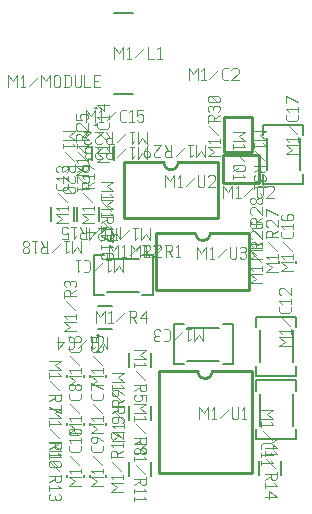
<source format=gbr>
G04 start of page 8 for group -4079 idx -4079 *
G04 Title: (unknown), topsilk *
G04 Creator: pcb 1.99z *
G04 CreationDate: Mon 08 Dec 2014 11:05:11 PM GMT UTC *
G04 For: commonadmin *
G04 Format: Gerber/RS-274X *
G04 PCB-Dimensions (mil): 1377.95 1692.91 *
G04 PCB-Coordinate-Origin: lower left *
%MOIN*%
%FSLAX25Y25*%
%LNTOPSILK*%
%ADD52C,0.0040*%
%ADD51C,0.0079*%
%ADD50C,0.0100*%
%ADD49C,0.0080*%
G54D49*X26890Y102543D02*Y97819D01*
X34370Y102543D02*Y97819D01*
X41280Y135342D02*X42066D01*
X41280Y129832D02*X42066D01*
X35390Y102543D02*Y97819D01*
X42870Y102543D02*Y97819D01*
X40390Y122853D02*Y118129D01*
X47870Y122853D02*Y118129D01*
G54D50*X84430Y132487D02*Y120587D01*
X93830D01*
Y132487D01*
X84430D01*
X84230Y110387D02*X96130D01*
Y119787D02*Y110387D01*
X84230Y119787D02*X96130D01*
X84230D02*Y110387D01*
G54D49*X47855Y166972D02*X54153D01*
X47855Y140202D02*X54153D01*
G54D51*X110823Y129744D02*Y126299D01*
X97437Y129744D02*X110823D01*
X97437D02*Y126299D01*
X110823Y113504D02*Y110059D01*
X97437D02*X110823D01*
X97437Y113504D02*Y110059D01*
X109642Y125217D02*Y114587D01*
X98618Y125217D02*Y114587D01*
G54D50*X51178Y117235D02*Y98583D01*
X82310D01*
Y117235D01*
X51178D02*X64244D01*
X82310D02*X69244D01*
X64244D02*G75*G03X69244Y117235I2500J0D01*G01*
G54D49*X102875Y84437D02*Y83651D01*
X108385Y84437D02*Y83651D01*
G54D51*X108513Y65744D02*Y62299D01*
X95127Y65744D02*X108513D01*
X95127D02*Y62299D01*
X108513Y49504D02*Y46059D01*
X95127D02*X108513D01*
X95127Y49504D02*Y46059D01*
X107332Y61217D02*Y50587D01*
X96308Y61217D02*Y50587D01*
G54D50*X61880Y93587D02*Y74587D01*
X92880D01*
Y93587D01*
X61880D02*X74880D01*
X92880D02*X79880D01*
X74880D02*G75*G03X79880Y93587I2500J0D01*G01*
G54D51*X40972Y86280D02*X44417D01*
X40972D02*Y72894D01*
X44417D01*
X57213Y86280D02*X60657D01*
Y72894D01*
X57213D02*X60657D01*
X45500Y85098D02*X56130D01*
X45500Y74075D02*X56130D01*
X67663Y63280D02*X71107D01*
X67663D02*Y49894D01*
X71107D01*
X83903Y63280D02*X87348D01*
Y49894D01*
X83903D02*X87348D01*
X72190Y62098D02*X82820D01*
X72190Y51075D02*X82820D01*
X95127Y28374D02*Y24929D01*
X108513D01*
Y28374D02*Y24929D01*
X95127Y44614D02*Y41169D01*
Y44614D02*X108513D01*
Y41169D01*
X96308Y40087D02*Y29457D01*
X107332Y40087D02*Y29457D01*
G54D49*X103560Y17853D02*Y13129D01*
X96080Y17853D02*Y13129D01*
G54D50*X62570Y47587D02*Y13587D01*
X93570D01*
Y47587D01*
X62570D02*X75570D01*
X93570D02*X80570D01*
X75570D02*G75*G03X80570Y47587I2500J0D01*G01*
G54D49*X60060Y17543D02*Y12819D01*
X52580Y17543D02*Y12819D01*
X32065Y13023D02*Y12237D01*
X37575Y13023D02*Y12237D01*
X32065Y46523D02*Y45737D01*
X37575Y46523D02*Y45737D01*
X32065Y30523D02*Y29737D01*
X37575Y30523D02*Y29737D01*
X60060Y53853D02*Y49129D01*
X52580Y53853D02*Y49129D01*
X39565Y46523D02*Y45737D01*
X45075Y46523D02*Y45737D01*
X41970Y54332D02*X42756D01*
X41970Y59842D02*X42756D01*
X42363Y69327D02*X47087D01*
X42363Y61847D02*X47087D01*
X39565Y13023D02*Y12237D01*
X45075Y13023D02*Y12237D01*
X60060Y36043D02*Y31319D01*
X52580Y36043D02*Y31319D01*
X39565Y30523D02*Y29737D01*
X45075Y30523D02*Y29737D01*
G54D52*X30780Y127663D02*X34780D01*
X32780Y126163D01*
X34780Y124663D01*
X30780D02*X34780D01*
X33980Y123463D02*X34780Y122663D01*
X30780D02*X34780D01*
X30780Y123463D02*Y121963D01*
X31280Y120763D02*X34280Y117763D01*
X34780Y116563D02*Y114563D01*
X34280Y114063D01*
X33280D02*X34280D01*
X32780Y114563D02*X33280Y114063D01*
X32780Y116063D02*Y114563D01*
X30780Y116063D02*X34780D01*
X32780Y115263D02*X30780Y114063D01*
X34280Y112863D02*X34780Y112363D01*
Y110863D01*
X34280Y110363D01*
X33280D02*X34280D01*
X30780Y112863D02*X33280Y110363D01*
X30780Y112863D02*Y110363D01*
X31280Y109163D02*X30780Y108663D01*
X31280Y109163D02*X34280D01*
X34780Y108663D01*
Y107663D01*
X34280Y107163D01*
X31280D02*X34280D01*
X30780Y107663D02*X31280Y107163D01*
X30780Y108663D02*Y107663D01*
X31780Y109163D02*X33780Y107163D01*
X28480Y97031D02*X32480D01*
X28480D02*X30480Y98531D01*
X28480Y100031D01*
X32480D01*
X29280Y101231D02*X28480Y102031D01*
X32480D01*
Y102731D02*Y101231D01*
X31980Y103931D02*X28980Y106931D01*
X32480Y110131D02*Y108831D01*
X31780Y108131D02*X32480Y108831D01*
X29180Y108131D02*X31780D01*
X29180D02*X28480Y108831D01*
Y110131D02*Y108831D01*
X29280Y111331D02*X28480Y112131D01*
X32480D01*
Y112831D02*Y111331D01*
X28980Y114031D02*X28480Y114531D01*
Y115531D02*Y114531D01*
Y115531D02*X28980Y116031D01*
X32480Y115531D02*X31980Y116031D01*
X32480Y115531D02*Y114531D01*
X31980Y114031D02*X32480Y114531D01*
X30280Y115531D02*Y114531D01*
X28980Y116031D02*X29780D01*
X30780D02*X31980D01*
X30780D02*X30280Y115531D01*
X29780Y116031D02*X30280Y115531D01*
X35280Y127663D02*X39280D01*
X37280Y126163D01*
X39280Y124663D01*
X35280D02*X39280D01*
X38480Y123463D02*X39280Y122663D01*
X35280D02*X39280D01*
X35280Y123463D02*Y121963D01*
X35780Y120763D02*X38780Y117763D01*
X39280Y116563D02*Y114563D01*
X38780Y114063D01*
X37780D02*X38780D01*
X37280Y114563D02*X37780Y114063D01*
X37280Y116063D02*Y114563D01*
X35280Y116063D02*X39280D01*
X37280Y115263D02*X35280Y114063D01*
X38780Y112863D02*X39280Y112363D01*
Y110863D01*
X38780Y110363D01*
X37780D02*X38780D01*
X35280Y112863D02*X37780Y110363D01*
X35280Y112863D02*Y110363D01*
X38480Y109163D02*X39280Y108363D01*
X35280D02*X39280D01*
X35280Y109163D02*Y107663D01*
X34980Y113011D02*X38980D01*
X34980D02*X36980Y114511D01*
X34980Y116011D01*
X38980D01*
X35780Y117211D02*X34980Y118011D01*
X38980D01*
Y118711D02*Y117211D01*
X38480Y119911D02*X35480Y122911D01*
X34980Y126111D02*Y124111D01*
Y126111D02*X35480Y126611D01*
X36480D01*
X36980Y126111D02*X36480Y126611D01*
X36980Y126111D02*Y124611D01*
X34980D02*X38980D01*
X36980Y125411D02*X38980Y126611D01*
X35480Y127811D02*X34980Y128311D01*
Y129811D02*Y128311D01*
Y129811D02*X35480Y130311D01*
X36480D01*
X38980Y127811D02*X36480Y130311D01*
X38980D02*Y127811D01*
X34980Y133511D02*Y131511D01*
X36980D01*
X36480Y132011D01*
Y133011D02*Y132011D01*
Y133011D02*X36980Y133511D01*
X38480D01*
X38980Y133011D02*X38480Y133511D01*
X38980Y133011D02*Y132011D01*
X38480Y131511D02*X38980Y132011D01*
X38523Y134737D02*Y130737D01*
Y134737D02*X40023Y132737D01*
X41523Y134737D01*
Y130737D01*
X42723Y133937D02*X43523Y134737D01*
Y130737D01*
X42723D02*X44223D01*
X45423Y131237D02*X48423Y134237D01*
X50323Y130737D02*X51623D01*
X49623Y131437D02*X50323Y130737D01*
X49623Y134037D02*Y131437D01*
Y134037D02*X50323Y134737D01*
X51623D01*
X52823Y133937D02*X53623Y134737D01*
Y130737D01*
X52823D02*X54323D01*
X55523Y134737D02*X57523D01*
X55523D02*Y132737D01*
X56023Y133237D01*
X57023D01*
X57523Y132737D01*
Y131237D01*
X57023Y130737D02*X57523Y131237D01*
X56023Y130737D02*X57023D01*
X55523Y131237D02*X56023Y130737D01*
X58706Y127437D02*Y123437D01*
X57206Y125437D01*
X55706Y123437D01*
Y127437D02*Y123437D01*
X54506Y124237D02*X53706Y123437D01*
Y127437D02*Y123437D01*
X53006Y127437D02*X54506D01*
X51806Y126937D02*X48806Y123937D01*
X45606Y123437D02*X47606D01*
X45606D02*X45106Y123937D01*
Y124937D02*Y123937D01*
X45606Y125437D02*X45106Y124937D01*
X45606Y125437D02*X47106D01*
Y127437D02*Y123437D01*
X46306Y125437D02*X45106Y127437D01*
X43906Y123937D02*X43406Y123437D01*
X41906D02*X43406D01*
X41906D02*X41406Y123937D01*
Y124937D02*Y123937D01*
X43906Y127437D02*X41406Y124937D01*
Y127437D02*X43906D01*
X40206Y123937D02*X39706Y123437D01*
X38206D02*X39706D01*
X38206D02*X37706Y123937D01*
Y124937D02*Y123937D01*
X40206Y127437D02*X37706Y124937D01*
Y127437D02*X40206D01*
X58706Y122437D02*Y118437D01*
X57206Y120437D01*
X55706Y118437D01*
Y122437D02*Y118437D01*
X54506Y119237D02*X53706Y118437D01*
Y122437D02*Y118437D01*
X53006Y122437D02*X54506D01*
X51806Y121937D02*X48806Y118937D01*
X45606Y118437D02*X47606D01*
X45606D02*X45106Y118937D01*
Y119937D02*Y118937D01*
X45606Y120437D02*X45106Y119937D01*
X45606Y120437D02*X47106D01*
Y122437D02*Y118437D01*
X46306Y120437D02*X45106Y122437D01*
X43906Y118937D02*X43406Y118437D01*
X41906D02*X43406D01*
X41906D02*X41406Y118937D01*
Y119937D02*Y118937D01*
X43906Y122437D02*X41406Y119937D01*
Y122437D02*X43906D01*
X40206Y118937D02*X39706Y118437D01*
X38706D02*X39706D01*
X38706D02*X38206Y118937D01*
X38706Y122437D02*X38206Y121937D01*
X38706Y122437D02*X39706D01*
X40206Y121937D02*X39706Y122437D01*
X38706Y120237D02*X39706D01*
X38206Y119737D02*Y118937D01*
Y121937D02*Y120737D01*
X38706Y120237D01*
X38206Y119737D02*X38706Y120237D01*
X59854Y95437D02*Y91437D01*
X58354Y93437D01*
X56854Y91437D01*
Y95437D02*Y91437D01*
X55654Y92237D02*X54854Y91437D01*
Y95437D02*Y91437D01*
X54154Y95437D02*X55654D01*
X52954Y94937D02*X49954Y91937D01*
X46754Y91437D02*X48754D01*
X46754D02*X46254Y91937D01*
Y92937D02*Y91937D01*
X46754Y93437D02*X46254Y92937D01*
X46754Y93437D02*X48254D01*
Y95437D02*Y91437D01*
X47454Y93437D02*X46254Y95437D01*
X45054Y91937D02*X44554Y91437D01*
X43054D02*X44554D01*
X43054D02*X42554Y91937D01*
Y92937D02*Y91937D01*
X45054Y95437D02*X42554Y92937D01*
Y95437D02*X45054D01*
X41354Y93937D02*X39354Y91437D01*
X38854Y93937D02*X41354D01*
X39354Y95437D02*Y91437D01*
X36980Y97031D02*X40980D01*
X36980D02*X38980Y98531D01*
X36980Y100031D01*
X40980D01*
X37780Y101231D02*X36980Y102031D01*
X40980D01*
Y102731D02*Y101231D01*
X40480Y103931D02*X37480Y106931D01*
X36980Y110131D02*Y108131D01*
Y110131D02*X37480Y110631D01*
X38480D01*
X38980Y110131D02*X38480Y110631D01*
X38980Y110131D02*Y108631D01*
X36980D02*X40980D01*
X38980Y109431D02*X40980Y110631D01*
X37780Y111831D02*X36980Y112631D01*
X40980D01*
Y113331D02*Y111831D01*
Y115031D02*X38980Y116531D01*
X37480D02*X38980D01*
X36980Y116031D02*X37480Y116531D01*
X36980Y116031D02*Y115031D01*
X37480Y114531D02*X36980Y115031D01*
X37480Y114531D02*X38480D01*
X38980Y115031D01*
Y116531D02*Y115031D01*
X43280Y104663D02*X47280D01*
X45280Y103163D01*
X47280Y101663D01*
X43280D02*X47280D01*
X46480Y100463D02*X47280Y99663D01*
X43280D02*X47280D01*
X43280Y100463D02*Y98963D01*
X43780Y97763D02*X46780Y94763D01*
X47280Y93563D02*Y91563D01*
X46780Y91063D01*
X45780D02*X46780D01*
X45280Y91563D02*X45780Y91063D01*
X45280Y93063D02*Y91563D01*
X43280Y93063D02*X47280D01*
X45280Y92263D02*X43280Y91063D01*
X46480Y89863D02*X47280Y89063D01*
X43280D02*X47280D01*
X43280Y89863D02*Y88363D01*
X47280Y85663D02*X46780Y85163D01*
X47280Y86663D02*Y85663D01*
X46780Y87163D02*X47280Y86663D01*
X43780Y87163D02*X46780D01*
X43780D02*X43280Y86663D01*
X45480Y85663D02*X44980Y85163D01*
X45480Y87163D02*Y85663D01*
X43280Y86663D02*Y85663D01*
X43780Y85163D01*
X44980D01*
X49854Y95789D02*Y91789D01*
X48354Y93789D01*
X46854Y91789D01*
Y95789D02*Y91789D01*
X45654Y92589D02*X44854Y91789D01*
Y95789D02*Y91789D01*
X44154Y95789D02*X45654D01*
X42954Y95289D02*X39954Y92289D01*
X36754Y91789D02*X38754D01*
X36754D02*X36254Y92289D01*
Y93289D02*Y92289D01*
X36754Y93789D02*X36254Y93289D01*
X36754Y93789D02*X38254D01*
Y95789D02*Y91789D01*
X37454Y93789D02*X36254Y95789D01*
X35054Y92589D02*X34254Y91789D01*
Y95789D02*Y91789D01*
X33554Y95789D02*X35054D01*
X30354Y91789D02*X32354D01*
Y93789D02*Y91789D01*
Y93789D02*X31854Y93289D01*
X30854D02*X31854D01*
X30854D02*X30354Y93789D01*
Y95289D02*Y93789D01*
X30854Y95789D02*X30354Y95289D01*
X30854Y95789D02*X31854D01*
X32354Y95289D02*X31854Y95789D01*
X50815Y84587D02*Y80587D01*
X49315Y82587D01*
X47815Y80587D01*
Y84587D02*Y80587D01*
X46615Y81387D02*X45815Y80587D01*
Y84587D02*Y80587D01*
X45115Y84587D02*X46615D01*
X43915Y84087D02*X40915Y81087D01*
X37715Y84587D02*X39015D01*
X39715Y83887D02*X39015Y84587D01*
X39715Y83887D02*Y81287D01*
X39015Y80587D01*
X37715D02*X39015D01*
X36515Y81387D02*X35715Y80587D01*
Y84587D02*Y80587D01*
X35015Y84587D02*X36515D01*
X43280Y110811D02*X47280D01*
X45280Y109311D01*
X47280Y107811D01*
X43280D02*X47280D01*
X46480Y106611D02*X47280Y105811D01*
X43280D02*X47280D01*
X43280Y106611D02*Y105111D01*
X43780Y103911D02*X46780Y100911D01*
X47280Y99711D02*Y97711D01*
X46780Y97211D01*
X45780D02*X46780D01*
X45280Y97711D02*X45780Y97211D01*
X45280Y99211D02*Y97711D01*
X43280Y99211D02*X47280D01*
X45280Y98411D02*X43280Y97211D01*
X46480Y96011D02*X47280Y95211D01*
X43280D02*X47280D01*
X43280Y96011D02*Y94511D01*
Y92811D02*X47280Y90811D01*
Y93311D02*Y90811D01*
X41980Y117341D02*X45980D01*
X41980D02*X43980Y118841D01*
X41980Y120341D01*
X45980D01*
X42780Y121541D02*X41980Y122341D01*
X45980D01*
Y123041D02*Y121541D01*
X45480Y124241D02*X42480Y127241D01*
X45980Y130441D02*Y129141D01*
X45280Y128441D02*X45980Y129141D01*
X42680Y128441D02*X45280D01*
X42680D02*X41980Y129141D01*
Y130441D02*Y129141D01*
X42780Y131641D02*X41980Y132441D01*
X45980D01*
Y133141D02*Y131641D01*
X44480Y134341D02*X41980Y136341D01*
X44480Y136841D02*Y134341D01*
X41980Y136341D02*X45980D01*
X12409Y146346D02*Y142346D01*
Y146346D02*X13909Y144346D01*
X15409Y146346D01*
Y142346D01*
X16609Y145546D02*X17409Y146346D01*
Y142346D01*
X16609D02*X18109D01*
X19309Y142846D02*X22309Y145846D01*
X23509Y146346D02*Y142346D01*
Y146346D02*X25009Y144346D01*
X26509Y146346D01*
Y142346D01*
X27709Y145846D02*Y142846D01*
Y145846D02*X28209Y146346D01*
X29209D01*
X29709Y145846D01*
Y142846D01*
X29209Y142346D02*X29709Y142846D01*
X28209Y142346D02*X29209D01*
X27709Y142846D02*X28209Y142346D01*
X31409Y146346D02*Y142346D01*
X32709Y146346D02*X33409Y145646D01*
Y143046D01*
X32709Y142346D02*X33409Y143046D01*
X30909Y142346D02*X32709D01*
X30909Y146346D02*X32709D01*
X34609D02*Y142846D01*
X35109Y142346D01*
X36109D01*
X36609Y142846D01*
Y146346D02*Y142846D01*
X37809Y146346D02*Y142346D01*
X39809D01*
X41009Y144546D02*X42509D01*
X41009Y142346D02*X43009D01*
X41009Y146346D02*Y142346D01*
Y146346D02*X43009D01*
X36854Y90937D02*Y86937D01*
X35354Y88937D01*
X33854Y86937D01*
Y90937D02*Y86937D01*
X32654Y87737D02*X31854Y86937D01*
Y90937D02*Y86937D01*
X31154Y90937D02*X32654D01*
X29954Y90437D02*X26954Y87437D01*
X23754Y86937D02*X25754D01*
X23754D02*X23254Y87437D01*
Y88437D02*Y87437D01*
X23754Y88937D02*X23254Y88437D01*
X23754Y88937D02*X25254D01*
Y90937D02*Y86937D01*
X24454Y88937D02*X23254Y90937D01*
X22054Y87737D02*X21254Y86937D01*
Y90937D02*Y86937D01*
X20554Y90937D02*X22054D01*
X19354Y90437D02*X18854Y90937D01*
X19354Y90437D02*Y89637D01*
X18654Y88937D01*
X18054D02*X18654D01*
X18054D02*X17354Y89637D01*
Y90437D02*Y89637D01*
X17854Y90937D02*X17354Y90437D01*
X17854Y90937D02*X18854D01*
X19354Y88237D02*X18654Y88937D01*
X19354Y88237D02*Y87437D01*
X18854Y86937D01*
X17854D02*X18854D01*
X17854D02*X17354Y87437D01*
Y88237D02*Y87437D01*
X18054Y88937D02*X17354Y88237D01*
X78980Y119363D02*X82980D01*
X78980D02*X80980Y120863D01*
X78980Y122363D01*
X82980D01*
X79780Y123563D02*X78980Y124363D01*
X82980D01*
Y125063D02*Y123563D01*
X82480Y126263D02*X79480Y129263D01*
X78980Y132463D02*Y130463D01*
Y132463D02*X79480Y132963D01*
X80480D01*
X80980Y132463D02*X80480Y132963D01*
X80980Y132463D02*Y130963D01*
X78980D02*X82980D01*
X80980Y131763D02*X82980Y132963D01*
X79480Y134163D02*X78980Y134663D01*
Y135663D02*Y134663D01*
Y135663D02*X79480Y136163D01*
X82980Y135663D02*X82480Y136163D01*
X82980Y135663D02*Y134663D01*
X82480Y134163D02*X82980Y134663D01*
X80780Y135663D02*Y134663D01*
X79480Y136163D02*X80280D01*
X81280D02*X82480D01*
X81280D02*X80780Y135663D01*
X80280Y136163D02*X80780Y135663D01*
X82480Y137363D02*X82980Y137863D01*
X79480Y137363D02*X82480D01*
X79480D02*X78980Y137863D01*
Y138863D02*Y137863D01*
Y138863D02*X79480Y139363D01*
X82480D01*
X82980Y138863D02*X82480Y139363D01*
X82980Y138863D02*Y137863D01*
X81980Y137363D02*X79980Y139363D01*
X78206Y122937D02*Y118937D01*
X76706Y120937D01*
X75206Y118937D01*
Y122937D02*Y118937D01*
X74006Y119737D02*X73206Y118937D01*
Y122937D02*Y118937D01*
X72506Y122937D02*X74006D01*
X71306Y122437D02*X68306Y119437D01*
X65106Y118937D02*X67106D01*
X65106D02*X64606Y119437D01*
Y120437D02*Y119437D01*
X65106Y120937D02*X64606Y120437D01*
X65106Y120937D02*X66606D01*
Y122937D02*Y118937D01*
X65806Y120937D02*X64606Y122937D01*
X63406Y119437D02*X62906Y118937D01*
X61406D02*X62906D01*
X61406D02*X60906Y119437D01*
Y120437D02*Y119437D01*
X63406Y122937D02*X60906Y120437D01*
Y122937D02*X63406D01*
X59206D02*X57706Y120937D01*
Y119437D01*
X58206Y118937D02*X57706Y119437D01*
X58206Y118937D02*X59206D01*
X59706Y119437D02*X59206Y118937D01*
X59706Y120437D02*Y119437D01*
Y120437D02*X59206Y120937D01*
X57706D02*X59206D01*
X87430Y127487D02*X91430D01*
X89430Y125987D01*
X91430Y124487D01*
X87430D02*X91430D01*
X90630Y123287D02*X91430Y122487D01*
X87430D02*X91430D01*
X87430Y123287D02*Y121787D01*
X87930Y120587D02*X90930Y117587D01*
X87930Y116387D02*X90930D01*
X91430Y115887D01*
Y114887D01*
X90930Y114387D01*
X88430D02*X90930D01*
X87430Y115387D02*X88430Y114387D01*
X87430Y115887D02*Y115387D01*
X87930Y116387D02*X87430Y115887D01*
X88930Y115387D02*X87430Y114387D01*
X90630Y113187D02*X91430Y112387D01*
X87430D02*X91430D01*
X87430Y113187D02*Y111687D01*
X94280Y127811D02*X98280D01*
X96280Y126311D01*
X98280Y124811D01*
X94280D02*X98280D01*
X97480Y123611D02*X98280Y122811D01*
X94280D02*X98280D01*
X94280Y123611D02*Y122111D01*
X94780Y120911D02*X97780Y117911D01*
X98280Y116711D02*Y114711D01*
X97780Y114211D01*
X96780D02*X97780D01*
X96280Y114711D02*X96780Y114211D01*
X96280Y116211D02*Y114711D01*
X94280Y116211D02*X98280D01*
X96280Y115411D02*X94280Y114211D01*
X97780Y113011D02*X98280Y112511D01*
Y111511D01*
X97780Y111011D01*
X94280Y111511D02*X94780Y111011D01*
X94280Y112511D02*Y111511D01*
X94780Y113011D02*X94280Y112511D01*
X96480D02*Y111511D01*
X96980Y111011D02*X97780D01*
X94780D02*X95980D01*
X96480Y111511D01*
X96980Y111011D02*X96480Y111511D01*
X97480Y109811D02*X98280Y109011D01*
X94280D02*X98280D01*
X94280Y109811D02*Y108311D01*
X84230Y109387D02*Y105387D01*
Y109387D02*X85730Y107387D01*
X87230Y109387D01*
Y105387D01*
X88430Y108587D02*X89230Y109387D01*
Y105387D01*
X88430D02*X89930D01*
X91130Y105887D02*X94130Y108887D01*
X95330D02*Y105887D01*
Y108887D02*X95830Y109387D01*
X96830D01*
X97330Y108887D01*
Y106387D01*
X96330Y105387D02*X97330Y106387D01*
X95830Y105387D02*X96330D01*
X95330Y105887D02*X95830Y105387D01*
X96330Y106887D02*X97330Y105387D01*
X98530Y108887D02*X99030Y109387D01*
X100530D01*
X101030Y108887D01*
Y107887D01*
X98530Y105387D02*X101030Y107887D01*
X98530Y105387D02*X101030D01*
X64744Y112909D02*Y108909D01*
Y112909D02*X66244Y110909D01*
X67744Y112909D01*
Y108909D01*
X68944Y112109D02*X69744Y112909D01*
Y108909D01*
X68944D02*X70444D01*
X71644Y109409D02*X74644Y112409D01*
X75844Y112909D02*Y109409D01*
X76344Y108909D01*
X77344D01*
X77844Y109409D01*
Y112909D02*Y109409D01*
X79044Y112409D02*X79544Y112909D01*
X81044D01*
X81544Y112409D01*
Y111409D01*
X79044Y108909D02*X81544Y111409D01*
X79044Y108909D02*X81544D01*
X72580Y148587D02*Y144587D01*
Y148587D02*X74080Y146587D01*
X75580Y148587D01*
Y144587D01*
X76780Y147787D02*X77580Y148587D01*
Y144587D01*
X76780D02*X78280D01*
X79480Y145087D02*X82480Y148087D01*
X84380Y144587D02*X85680D01*
X83680Y145287D02*X84380Y144587D01*
X83680Y147887D02*Y145287D01*
Y147887D02*X84380Y148587D01*
X85680D01*
X86880Y148087D02*X87380Y148587D01*
X88880D01*
X89380Y148087D01*
Y147087D01*
X86880Y144587D02*X89380Y147087D01*
X86880Y144587D02*X89380D01*
X47854Y155737D02*Y151737D01*
Y155737D02*X49354Y153737D01*
X50854Y155737D01*
Y151737D01*
X52054Y154937D02*X52854Y155737D01*
Y151737D01*
X52054D02*X53554D01*
X54754Y152237D02*X57754Y155237D01*
X58954Y155737D02*Y151737D01*
X60954D01*
X62154Y154937D02*X62954Y155737D01*
Y151737D01*
X62154D02*X63654D01*
X105130Y119902D02*X109130D01*
X105130D02*X107130Y121402D01*
X105130Y122902D01*
X109130D01*
X105930Y124102D02*X105130Y124902D01*
X109130D01*
Y125602D02*Y124102D01*
X108630Y126802D02*X105630Y129802D01*
X109130Y133002D02*Y131702D01*
X108430Y131002D02*X109130Y131702D01*
X105830Y131002D02*X108430D01*
X105830D02*X105130Y131702D01*
Y133002D02*Y131702D01*
X105930Y134202D02*X105130Y135002D01*
X109130D01*
Y135702D02*Y134202D01*
Y137402D02*X105130Y139402D01*
Y136902D01*
X93230Y77011D02*X97230D01*
X93230D02*X95230Y78511D01*
X93230Y80011D01*
X97230D01*
X94030Y81211D02*X93230Y82011D01*
X97230D01*
Y82711D02*Y81211D01*
X96730Y83911D02*X93730Y86911D01*
X93230Y90111D02*Y88111D01*
Y90111D02*X93730Y90611D01*
X94730D01*
X95230Y90111D02*X94730Y90611D01*
X95230Y90111D02*Y88611D01*
X93230D02*X97230D01*
X95230Y89411D02*X97230Y90611D01*
X93730Y91811D02*X93230Y92311D01*
Y93811D02*Y92311D01*
Y93811D02*X93730Y94311D01*
X94730D01*
X97230Y91811D02*X94730Y94311D01*
X97230D02*Y91811D01*
X93230Y97011D02*X93730Y97511D01*
X93230Y97011D02*Y96011D01*
X93730Y95511D02*X93230Y96011D01*
X93730Y95511D02*X96730D01*
X97230Y96011D01*
X95030Y97011D02*X95530Y97511D01*
X95030Y97011D02*Y95511D01*
X97230Y97011D02*Y96011D01*
Y97011D02*X96730Y97511D01*
X95530D02*X96730D01*
X93230Y85011D02*X97230D01*
X93230D02*X95230Y86511D01*
X93230Y88011D01*
X97230D01*
X94030Y89211D02*X93230Y90011D01*
X97230D01*
Y90711D02*Y89211D01*
X96730Y91911D02*X93730Y94911D01*
X93230Y98111D02*Y96111D01*
Y98111D02*X93730Y98611D01*
X94730D01*
X95230Y98111D02*X94730Y98611D01*
X95230Y98111D02*Y96611D01*
X93230D02*X97230D01*
X95230Y97411D02*X97230Y98611D01*
X93730Y99811D02*X93230Y100311D01*
Y101811D02*Y100311D01*
Y101811D02*X93730Y102311D01*
X94730D01*
X97230Y99811D02*X94730Y102311D01*
X97230D02*Y99811D01*
X96730Y103511D02*X97230Y104011D01*
X95930Y103511D02*X96730D01*
X95930D02*X95230Y104211D01*
Y104811D02*Y104211D01*
Y104811D02*X95930Y105511D01*
X96730D01*
X97230Y105011D02*X96730Y105511D01*
X97230Y105011D02*Y104011D01*
X94530Y103511D02*X95230Y104211D01*
X93730Y103511D02*X94530D01*
X93730D02*X93230Y104011D01*
Y105011D02*Y104011D01*
Y105011D02*X93730Y105511D01*
X94530D01*
X95230Y104811D02*X94530Y105511D01*
X75380Y89087D02*Y85087D01*
Y89087D02*X76880Y87087D01*
X78380Y89087D01*
Y85087D01*
X79580Y88287D02*X80380Y89087D01*
Y85087D01*
X79580D02*X81080D01*
X82280Y85587D02*X85280Y88587D01*
X86480Y89087D02*Y85587D01*
X86980Y85087D01*
X87980D01*
X88480Y85587D01*
Y89087D02*Y85587D01*
X89680Y88587D02*X90180Y89087D01*
X91180D01*
X91680Y88587D01*
X91180Y85087D02*X91680Y85587D01*
X90180Y85087D02*X91180D01*
X89680Y85587D02*X90180Y85087D01*
Y87287D02*X91180D01*
X91680Y88587D02*Y87787D01*
Y86787D02*Y85587D01*
Y86787D02*X91180Y87287D01*
X91680Y87787D02*X91180Y87287D01*
X53554Y89737D02*Y85737D01*
Y89737D02*X55054Y87737D01*
X56554Y89737D01*
Y85737D01*
X57754Y88937D02*X58554Y89737D01*
Y85737D01*
X57754D02*X59254D01*
X60454Y86237D02*X63454Y89237D01*
X64654Y89737D02*X66654D01*
X67154Y89237D01*
Y88237D01*
X66654Y87737D02*X67154Y88237D01*
X65154Y87737D02*X66654D01*
X65154Y89737D02*Y85737D01*
X65954Y87737D02*X67154Y85737D01*
X68354Y88937D02*X69154Y89737D01*
Y85737D01*
X68354D02*X69854D01*
X46054Y89737D02*Y85737D01*
Y89737D02*X47554Y87737D01*
X49054Y89737D01*
Y85737D01*
X50254Y88937D02*X51054Y89737D01*
Y85737D01*
X50254D02*X51754D01*
X52954Y86237D02*X55954Y89237D01*
X57154Y89737D02*X59154D01*
X59654Y89237D01*
Y88237D01*
X59154Y87737D02*X59654Y88237D01*
X57654Y87737D02*X59154D01*
X57654Y89737D02*Y85737D01*
X58454Y87737D02*X59654Y85737D01*
X60854Y89237D02*X61354Y89737D01*
X62854D01*
X63354Y89237D01*
Y88237D01*
X60854Y85737D02*X63354Y88237D01*
X60854Y85737D02*X63354D01*
X77505Y61587D02*Y57587D01*
X76005Y59587D01*
X74505Y57587D01*
Y61587D02*Y57587D01*
X73305Y58387D02*X72505Y57587D01*
Y61587D02*Y57587D01*
X71805Y61587D02*X73305D01*
X70605Y61087D02*X67605Y58087D01*
X64405Y61587D02*X65705D01*
X66405Y60887D02*X65705Y61587D01*
X66405Y60887D02*Y58287D01*
X65705Y57587D01*
X64405D02*X65705D01*
X63205Y58087D02*X62705Y57587D01*
X61705D02*X62705D01*
X61705D02*X61205Y58087D01*
X61705Y61587D02*X61205Y61087D01*
X61705Y61587D02*X62705D01*
X63205Y61087D02*X62705Y61587D01*
X61705Y59387D02*X62705D01*
X61205Y58887D02*Y58087D01*
Y61087D02*Y59887D01*
X61705Y59387D01*
X61205Y58887D02*X61705Y59387D01*
X98480Y80863D02*X102480D01*
X98480D02*X100480Y82363D01*
X98480Y83863D01*
X102480D01*
X99280Y85063D02*X98480Y85863D01*
X102480D01*
Y86563D02*Y85063D01*
X101980Y87763D02*X98980Y90763D01*
X98480Y93963D02*Y91963D01*
Y93963D02*X98980Y94463D01*
X99980D01*
X100480Y93963D02*X99980Y94463D01*
X100480Y93963D02*Y92463D01*
X98480D02*X102480D01*
X100480Y93263D02*X102480Y94463D01*
X98980Y95663D02*X98480Y96163D01*
Y97663D02*Y96163D01*
Y97663D02*X98980Y98163D01*
X99980D01*
X102480Y95663D02*X99980Y98163D01*
X102480D02*Y95663D01*
Y99863D02*X98480Y101863D01*
Y99363D01*
X103480Y80894D02*X107480D01*
X103480D02*X105480Y82394D01*
X103480Y83894D01*
X107480D01*
X104280Y85094D02*X103480Y85894D01*
X107480D01*
Y86594D02*Y85094D01*
X106980Y87794D02*X103980Y90794D01*
X107480Y93994D02*Y92694D01*
X106780Y91994D02*X107480Y92694D01*
X104180Y91994D02*X106780D01*
X104180D02*X103480Y92694D01*
Y93994D02*Y92694D01*
X104280Y95194D02*X103480Y95994D01*
X107480D01*
Y96694D02*Y95194D01*
X103480Y99394D02*X103980Y99894D01*
X103480Y99394D02*Y98394D01*
X103980Y97894D02*X103480Y98394D01*
X103980Y97894D02*X106980D01*
X107480Y98394D01*
X105280Y99394D02*X105780Y99894D01*
X105280Y99394D02*Y97894D01*
X107480Y99394D02*Y98394D01*
Y99394D02*X106980Y99894D01*
X105780D02*X106980D01*
X102820Y55902D02*X106820D01*
X102820D02*X104820Y57402D01*
X102820Y58902D01*
X106820D01*
X103620Y60102D02*X102820Y60902D01*
X106820D01*
Y61602D02*Y60102D01*
X106320Y62802D02*X103320Y65802D01*
X106820Y69002D02*Y67702D01*
X106120Y67002D02*X106820Y67702D01*
X103520Y67002D02*X106120D01*
X103520D02*X102820Y67702D01*
Y69002D02*Y67702D01*
X103620Y70202D02*X102820Y71002D01*
X106820D01*
Y71702D02*Y70202D01*
X103320Y72902D02*X102820Y73402D01*
Y74902D02*Y73402D01*
Y74902D02*X103320Y75402D01*
X104320D01*
X106820Y72902D02*X104320Y75402D01*
X106820D02*Y72902D01*
X96820Y34772D02*X100820D01*
X98820Y33272D01*
X100820Y31772D01*
X96820D02*X100820D01*
X100020Y30572D02*X100820Y29772D01*
X96820D02*X100820D01*
X96820Y30572D02*Y29072D01*
X97320Y27872D02*X100320Y24872D01*
X96820Y22972D02*Y21672D01*
X97520Y23672D02*X96820Y22972D01*
X97520Y23672D02*X100120D01*
X100820Y22972D01*
Y21672D01*
X100020Y20472D02*X100820Y19672D01*
X96820D02*X100820D01*
X96820Y20472D02*Y18972D01*
X100020Y17772D02*X100820Y16972D01*
X96820D02*X100820D01*
X96820Y17772D02*Y16272D01*
X76070Y35587D02*Y31587D01*
Y35587D02*X77570Y33587D01*
X79070Y35587D01*
Y31587D01*
X80270Y34787D02*X81070Y35587D01*
Y31587D01*
X80270D02*X81770D01*
X82970Y32087D02*X85970Y35087D01*
X87170Y35587D02*Y32087D01*
X87670Y31587D01*
X88670D01*
X89170Y32087D01*
Y35587D02*Y32087D01*
X90370Y34787D02*X91170Y35587D01*
Y31587D01*
X90370D02*X91870D01*
X97970Y25141D02*X101970D01*
X99970Y23641D01*
X101970Y22141D01*
X97970D02*X101970D01*
X101170Y20941D02*X101970Y20141D01*
X97970D02*X101970D01*
X97970Y20941D02*Y19441D01*
X98470Y18241D02*X101470Y15241D01*
X101970Y14041D02*Y12041D01*
X101470Y11541D01*
X100470D02*X101470D01*
X99970Y12041D02*X100470Y11541D01*
X99970Y13541D02*Y12041D01*
X97970Y13541D02*X101970D01*
X99970Y12741D02*X97970Y11541D01*
X101170Y10341D02*X101970Y9541D01*
X97970D02*X101970D01*
X97970Y10341D02*Y8841D01*
X99470Y7641D02*X101970Y5641D01*
X99470Y7641D02*Y5141D01*
X97970Y5641D02*X101970D01*
X32670Y42980D02*X36670D01*
X32670D02*X34670Y44480D01*
X32670Y45980D01*
X36670D01*
X33470Y47180D02*X32670Y47980D01*
X36670D01*
Y48680D02*Y47180D01*
X36170Y49880D02*X33170Y52880D01*
X36670Y56080D02*Y54780D01*
X35970Y54080D02*X36670Y54780D01*
X33370Y54080D02*X35970D01*
X33370D02*X32670Y54780D01*
Y56080D02*Y54780D01*
Y58780D02*X33170Y59280D01*
X32670Y58780D02*Y57780D01*
X33170Y57280D02*X32670Y57780D01*
X33170Y57280D02*X36170D01*
X36670Y57780D01*
X34470Y58780D02*X34970Y59280D01*
X34470Y58780D02*Y57280D01*
X36670Y58780D02*Y57780D01*
Y58780D02*X36170Y59280D01*
X34970D02*X36170D01*
X45513Y58937D02*Y54937D01*
X44013Y56937D01*
X42513Y54937D01*
Y58937D02*Y54937D01*
X41313Y55737D02*X40513Y54937D01*
Y58937D02*Y54937D01*
X39813Y58937D02*X41313D01*
X38613Y58437D02*X35613Y55437D01*
X32413Y58937D02*X33713D01*
X34413Y58237D02*X33713Y58937D01*
X34413Y58237D02*Y55637D01*
X33713Y54937D01*
X32413D02*X33713D01*
X31213Y57437D02*X29213Y54937D01*
X28713Y57437D02*X31213D01*
X29213Y58937D02*Y54937D01*
X31170Y61011D02*X35170D01*
X31170D02*X33170Y62511D01*
X31170Y64011D01*
X35170D01*
X31970Y65211D02*X31170Y66011D01*
X35170D01*
Y66711D02*Y65211D01*
X34670Y67911D02*X31670Y70911D01*
X31170Y74111D02*Y72111D01*
Y74111D02*X31670Y74611D01*
X32670D01*
X33170Y74111D02*X32670Y74611D01*
X33170Y74111D02*Y72611D01*
X31170D02*X35170D01*
X33170Y73411D02*X35170Y74611D01*
X31670Y75811D02*X31170Y76311D01*
Y77311D02*Y76311D01*
Y77311D02*X31670Y77811D01*
X35170Y77311D02*X34670Y77811D01*
X35170Y77311D02*Y76311D01*
X34670Y75811D02*X35170Y76311D01*
X32970Y77311D02*Y76311D01*
X31670Y77811D02*X32470D01*
X33470D02*X34670D01*
X33470D02*X32970Y77311D01*
X32470Y77811D02*X32970Y77311D01*
X25970Y24163D02*X29970D01*
X27970Y22663D01*
X29970Y21163D01*
X25970D02*X29970D01*
X29170Y19963D02*X29970Y19163D01*
X25970D02*X29970D01*
X25970Y19963D02*Y18463D01*
X26470Y17263D02*X29470Y14263D01*
X29970Y13063D02*Y11063D01*
X29470Y10563D01*
X28470D02*X29470D01*
X27970Y11063D02*X28470Y10563D01*
X27970Y12563D02*Y11063D01*
X25970Y12563D02*X29970D01*
X27970Y11763D02*X25970Y10563D01*
X29170Y9363D02*X29970Y8563D01*
X25970D02*X29970D01*
X25970Y9363D02*Y7863D01*
X29470Y6663D02*X29970Y6163D01*
Y5163D01*
X29470Y4663D01*
X25970Y5163D02*X26470Y4663D01*
X25970Y6163D02*Y5163D01*
X26470Y6663D02*X25970Y6163D01*
X28170D02*Y5163D01*
X28670Y4663D02*X29470D01*
X26470D02*X27670D01*
X28170Y5163D01*
X28670Y4663D02*X28170Y5163D01*
X25970Y51163D02*X29970D01*
X27970Y49663D01*
X29970Y48163D01*
X25970D02*X29970D01*
X29170Y46963D02*X29970Y46163D01*
X25970D02*X29970D01*
X25970Y46963D02*Y45463D01*
X26470Y44263D02*X29470Y41263D01*
X29970Y40063D02*Y38063D01*
X29470Y37563D01*
X28470D02*X29470D01*
X27970Y38063D02*X28470Y37563D01*
X27970Y39563D02*Y38063D01*
X25970Y39563D02*X29970D01*
X27970Y38763D02*X25970Y37563D01*
Y35863D02*X29970Y33863D01*
Y36363D02*Y33863D01*
X25970Y35163D02*X29970D01*
X27970Y33663D01*
X29970Y32163D01*
X25970D02*X29970D01*
X29170Y30963D02*X29970Y30163D01*
X25970D02*X29970D01*
X25970Y30963D02*Y29463D01*
X26470Y28263D02*X29470Y25263D01*
X29970Y24063D02*Y22063D01*
X29470Y21563D01*
X28470D02*X29470D01*
X27970Y22063D02*X28470Y21563D01*
X27970Y23563D02*Y22063D01*
X25970Y23563D02*X29970D01*
X27970Y22763D02*X25970Y21563D01*
X29170Y20363D02*X29970Y19563D01*
X25970D02*X29970D01*
X25970Y20363D02*Y18863D01*
X26470Y17663D02*X25970Y17163D01*
X26470Y17663D02*X29470D01*
X29970Y17163D01*
Y16163D01*
X29470Y15663D01*
X26470D02*X29470D01*
X25970Y16163D02*X26470Y15663D01*
X25970Y17163D02*Y16163D01*
X26970Y17663D02*X28970Y15663D01*
X46670Y7511D02*X50670D01*
X46670D02*X48670Y9011D01*
X46670Y10511D01*
X50670D01*
X47470Y11711D02*X46670Y12511D01*
X50670D01*
Y13211D02*Y11711D01*
X50170Y14411D02*X47170Y17411D01*
X46670Y20611D02*Y18611D01*
Y20611D02*X47170Y21111D01*
X48170D01*
X48670Y20611D02*X48170Y21111D01*
X48670Y20611D02*Y19111D01*
X46670D02*X50670D01*
X48670Y19911D02*X50670Y21111D01*
X47470Y22311D02*X46670Y23111D01*
X50670D01*
Y23811D02*Y22311D01*
X47170Y25011D02*X46670Y25511D01*
Y27011D02*Y25511D01*
Y27011D02*X47170Y27511D01*
X48170D01*
X50670Y25011D02*X48170Y27511D01*
X50670D02*Y25011D01*
X54470Y23331D02*X58470D01*
X56470Y21831D01*
X58470Y20331D01*
X54470D02*X58470D01*
X57670Y19131D02*X58470Y18331D01*
X54470D02*X58470D01*
X54470Y19131D02*Y17631D01*
X54970Y16431D02*X57970Y13431D01*
X58470Y12231D02*Y10231D01*
X57970Y9731D01*
X56970D02*X57970D01*
X56470Y10231D02*X56970Y9731D01*
X56470Y11731D02*Y10231D01*
X54470Y11731D02*X58470D01*
X56470Y10931D02*X54470Y9731D01*
X57670Y8531D02*X58470Y7731D01*
X54470D02*X58470D01*
X54470Y8531D02*Y7031D01*
X57670Y5831D02*X58470Y5031D01*
X54470D02*X58470D01*
X54470Y5831D02*Y4331D01*
Y54641D02*X58470D01*
X56470Y53141D01*
X58470Y51641D01*
X54470D02*X58470D01*
X57670Y50441D02*X58470Y49641D01*
X54470D02*X58470D01*
X54470Y50441D02*Y48941D01*
X54970Y47741D02*X57970Y44741D01*
X58470Y43541D02*Y41541D01*
X57970Y41041D01*
X56970D02*X57970D01*
X56470Y41541D02*X56970Y41041D01*
X56470Y43041D02*Y41541D01*
X54470Y43041D02*X58470D01*
X56470Y42241D02*X54470Y41041D01*
X58470Y39841D02*Y37841D01*
X56470Y39841D02*X58470D01*
X56470D02*X56970Y39341D01*
Y38341D01*
X56470Y37841D01*
X54970D02*X56470D01*
X54470Y38341D02*X54970Y37841D01*
X54470Y39341D02*Y38341D01*
X54970Y39841D02*X54470Y39341D01*
X40170Y42980D02*X44170D01*
X40170D02*X42170Y44480D01*
X40170Y45980D01*
X44170D01*
X40970Y47180D02*X40170Y47980D01*
X44170D01*
Y48680D02*Y47180D01*
X43670Y49880D02*X40670Y52880D01*
X44170Y56080D02*Y54780D01*
X43470Y54080D02*X44170Y54780D01*
X40870Y54080D02*X43470D01*
X40870D02*X40170Y54780D01*
Y56080D02*Y54780D01*
Y59280D02*Y57280D01*
X42170D01*
X41670Y57780D01*
Y58780D02*Y57780D01*
Y58780D02*X42170Y59280D01*
X43670D01*
X44170Y58780D02*X43670Y59280D01*
X44170Y58780D02*Y57780D01*
X43670Y57280D02*X44170Y57780D01*
X46970Y47163D02*X50970D01*
X48970Y45663D01*
X50970Y44163D01*
X46970D02*X50970D01*
X50170Y42963D02*X50970Y42163D01*
X46970D02*X50970D01*
X46970Y42963D02*Y41463D01*
X47470Y40263D02*X50470Y37263D01*
X50970Y36063D02*Y34063D01*
X50470Y33563D01*
X49470D02*X50470D01*
X48970Y34063D02*X49470Y33563D01*
X48970Y35563D02*Y34063D01*
X46970Y35563D02*X50970D01*
X48970Y34763D02*X46970Y33563D01*
X50970Y30863D02*X50470Y30363D01*
X50970Y31863D02*Y30863D01*
X50470Y32363D02*X50970Y31863D01*
X47470Y32363D02*X50470D01*
X47470D02*X46970Y31863D01*
X49170Y30863D02*X48670Y30363D01*
X49170Y32363D02*Y30863D01*
X46970Y31863D02*Y30863D01*
X47470Y30363D01*
X48670D01*
X41575Y67737D02*Y63737D01*
Y67737D02*X43075Y65737D01*
X44575Y67737D01*
Y63737D01*
X45775Y66937D02*X46575Y67737D01*
Y63737D01*
X45775D02*X47275D01*
X48475Y64237D02*X51475Y67237D01*
X52675Y67737D02*X54675D01*
X55175Y67237D01*
Y66237D01*
X54675Y65737D02*X55175Y66237D01*
X53175Y65737D02*X54675D01*
X53175Y67737D02*Y63737D01*
X53975Y65737D02*X55175Y63737D01*
X56375Y65237D02*X58375Y67737D01*
X56375Y65237D02*X58875D01*
X58375Y67737D02*Y63737D01*
X40170Y9480D02*X44170D01*
X40170D02*X42170Y10980D01*
X40170Y12480D01*
X44170D01*
X40970Y13680D02*X40170Y14480D01*
X44170D01*
Y15180D02*Y13680D01*
X43670Y16380D02*X40670Y19380D01*
X44170Y22580D02*Y21280D01*
X43470Y20580D02*X44170Y21280D01*
X40870Y20580D02*X43470D01*
X40870D02*X40170Y21280D01*
Y22580D02*Y21280D01*
X44170Y24280D02*X42170Y25780D01*
X40670D02*X42170D01*
X40170Y25280D02*X40670Y25780D01*
X40170Y25280D02*Y24280D01*
X40670Y23780D02*X40170Y24280D01*
X40670Y23780D02*X41670D01*
X42170Y24280D01*
Y25780D02*Y24280D01*
X32670Y9480D02*X36670D01*
X32670D02*X34670Y10980D01*
X32670Y12480D01*
X36670D01*
X33470Y13680D02*X32670Y14480D01*
X36670D01*
Y15180D02*Y13680D01*
X36170Y16380D02*X33170Y19380D01*
X36670Y22580D02*Y21280D01*
X35970Y20580D02*X36670Y21280D01*
X33370Y20580D02*X35970D01*
X33370D02*X32670Y21280D01*
Y22580D02*Y21280D01*
X33470Y23780D02*X32670Y24580D01*
X36670D01*
Y25280D02*Y23780D01*
X36170Y26480D02*X36670Y26980D01*
X33170Y26480D02*X36170D01*
X33170D02*X32670Y26980D01*
Y27980D02*Y26980D01*
Y27980D02*X33170Y28480D01*
X36170D01*
X36670Y27980D02*X36170Y28480D01*
X36670Y27980D02*Y26980D01*
X35670Y26480D02*X33670Y28480D01*
X54470Y36831D02*X58470D01*
X56470Y35331D01*
X58470Y33831D01*
X54470D02*X58470D01*
X57670Y32631D02*X58470Y31831D01*
X54470D02*X58470D01*
X54470Y32631D02*Y31131D01*
X54970Y29931D02*X57970Y26931D01*
X58470Y25731D02*Y23731D01*
X57970Y23231D01*
X56970D02*X57970D01*
X56470Y23731D02*X56970Y23231D01*
X56470Y25231D02*Y23731D01*
X54470Y25231D02*X58470D01*
X56470Y24431D02*X54470Y23231D01*
X54970Y22031D02*X54470Y21531D01*
X54970Y22031D02*X55770D01*
X56470Y21331D01*
Y20731D01*
X55770Y20031D01*
X54970D02*X55770D01*
X54470Y20531D02*X54970Y20031D01*
X54470Y21531D02*Y20531D01*
X57170Y22031D02*X56470Y21331D01*
X57170Y22031D02*X57970D01*
X58470Y21531D01*
Y20531D01*
X57970Y20031D01*
X57170D02*X57970D01*
X56470Y20731D02*X57170Y20031D01*
X40170Y26980D02*X44170D01*
X40170D02*X42170Y28480D01*
X40170Y29980D01*
X44170D01*
X40970Y31180D02*X40170Y31980D01*
X44170D01*
Y32680D02*Y31180D01*
X43670Y33880D02*X40670Y36880D01*
X44170Y40080D02*Y38780D01*
X43470Y38080D02*X44170Y38780D01*
X40870Y38080D02*X43470D01*
X40870D02*X40170Y38780D01*
Y40080D02*Y38780D01*
X44170Y41780D02*X40170Y43780D01*
Y41280D01*
X32670Y26980D02*X36670D01*
X32670D02*X34670Y28480D01*
X32670Y29980D01*
X36670D01*
X33470Y31180D02*X32670Y31980D01*
X36670D01*
Y32680D02*Y31180D01*
X36170Y33880D02*X33170Y36880D01*
X36670Y40080D02*Y38780D01*
X35970Y38080D02*X36670Y38780D01*
X33370Y38080D02*X35970D01*
X33370D02*X32670Y38780D01*
Y40080D02*Y38780D01*
X36170Y41280D02*X36670Y41780D01*
X35370Y41280D02*X36170D01*
X35370D02*X34670Y41980D01*
Y42580D02*Y41980D01*
Y42580D02*X35370Y43280D01*
X36170D01*
X36670Y42780D02*X36170Y43280D01*
X36670Y42780D02*Y41780D01*
X33970Y41280D02*X34670Y41980D01*
X33170Y41280D02*X33970D01*
X33170D02*X32670Y41780D01*
Y42780D02*Y41780D01*
Y42780D02*X33170Y43280D01*
X33970D01*
X34670Y42580D02*X33970Y43280D01*
X47170Y24511D02*X51170D01*
X47170D02*X49170Y26011D01*
X47170Y27511D01*
X51170D01*
X47970Y28711D02*X47170Y29511D01*
X51170D01*
Y30211D02*Y28711D01*
X50670Y31411D02*X47670Y34411D01*
X47170Y37611D02*Y35611D01*
Y37611D02*X47670Y38111D01*
X48670D01*
X49170Y37611D02*X48670Y38111D01*
X49170Y37611D02*Y36111D01*
X47170D02*X51170D01*
X49170Y36911D02*X51170Y38111D01*
Y39811D02*X49170Y41311D01*
X47670D02*X49170D01*
X47170Y40811D02*X47670Y41311D01*
X47170Y40811D02*Y39811D01*
X47670Y39311D02*X47170Y39811D01*
X47670Y39311D02*X48670D01*
X49170Y39811D01*
Y41311D02*Y39811D01*
M02*

</source>
